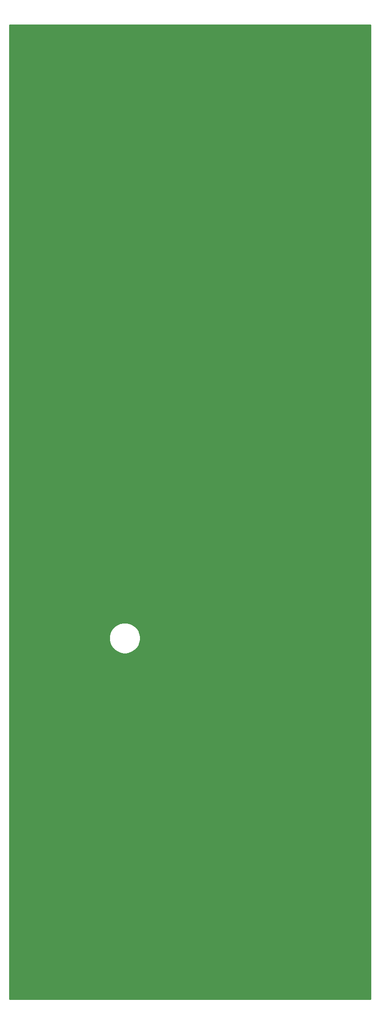
<source format=gbr>
%TF.GenerationSoftware,KiCad,Pcbnew,(5.1.6)-1*%
%TF.CreationDate,2020-06-22T20:05:39-05:00*%
%TF.ProjectId,NOISE_x_S_and_H,4e4f4953-455f-4785-9f53-5f616e645f48,rev?*%
%TF.SameCoordinates,Original*%
%TF.FileFunction,Copper,L2,Bot*%
%TF.FilePolarity,Positive*%
%FSLAX46Y46*%
G04 Gerber Fmt 4.6, Leading zero omitted, Abs format (unit mm)*
G04 Created by KiCad (PCBNEW (5.1.6)-1) date 2020-06-22 20:05:39*
%MOMM*%
%LPD*%
G01*
G04 APERTURE LIST*
%TA.AperFunction,ComponentPad*%
%ADD10O,6.900000X3.900000*%
%TD*%
%TA.AperFunction,ComponentPad*%
%ADD11C,14.000000*%
%TD*%
%TA.AperFunction,ComponentPad*%
%ADD12C,9.000000*%
%TD*%
%TA.AperFunction,Conductor*%
%ADD13C,0.254000*%
%TD*%
G04 APERTURE END LIST*
D10*
%TO.P,REF\u002A\u002A,*%
%TO.N,GND*%
X-3950000Y-202000000D03*
%TD*%
D11*
%TO.P,REF\u002A\u002A,CV*%
%TO.N,GND*%
X26028000Y-179890000D03*
%TD*%
%TO.P,REF\u002A\u002A,G*%
%TO.N,GND*%
X53778000Y-179890000D03*
%TD*%
%TO.P,REF\u002A\u002A,B*%
%TO.N,GND*%
X-1722000Y-143390000D03*
%TD*%
%TO.P,REF\u002A\u002A,S*%
%TO.N,GND*%
X-1722000Y-179890000D03*
%TD*%
%TO.P,REF\u002A\u002A,P*%
%TO.N,GND*%
X-1722000Y-70390000D03*
%TD*%
%TO.P,REF\u002A\u002A,R*%
%TO.N,GND*%
X-1722000Y-106890000D03*
%TD*%
%TO.P,REF\u002A\u002A,W*%
%TO.N,GND*%
X-1722000Y-33890000D03*
%TD*%
D10*
%TO.P,REF\u002A\u002A,*%
%TO.N,GND*%
X57050000Y-8000000D03*
%TD*%
%TO.P,REF\u002A\u002A,*%
%TO.N,GND*%
X-3950000Y-8000000D03*
%TD*%
D12*
%TO.P,REF\u002A\u002A,RV2*%
%TO.N,GND*%
X35370946Y-54110000D03*
%TD*%
%TO.P,REF\u002A\u002A,RV3*%
%TO.N,GND*%
X35370946Y-129110946D03*
%TD*%
D10*
%TO.P,REF\u002A\u002A,*%
%TO.N,GND*%
X57050000Y-202000000D03*
%TD*%
D13*
%TO.N,GND*%
G36*
X63314999Y-204265000D02*
G01*
X-10214999Y-204265000D01*
X-10214999Y-130406305D01*
X10055000Y-130406305D01*
X10055000Y-131033695D01*
X10177398Y-131649030D01*
X10417489Y-132228663D01*
X10766049Y-132750319D01*
X11209681Y-133193951D01*
X11731337Y-133542511D01*
X12310970Y-133782602D01*
X12926305Y-133905000D01*
X13553695Y-133905000D01*
X14169030Y-133782602D01*
X14748663Y-133542511D01*
X15270319Y-133193951D01*
X15713951Y-132750319D01*
X16062511Y-132228663D01*
X16302602Y-131649030D01*
X16425000Y-131033695D01*
X16425000Y-130406305D01*
X16302602Y-129790970D01*
X16062511Y-129211337D01*
X15713951Y-128689681D01*
X15270319Y-128246049D01*
X14748663Y-127897489D01*
X14169030Y-127657398D01*
X13553695Y-127535000D01*
X12926305Y-127535000D01*
X12310970Y-127657398D01*
X11731337Y-127897489D01*
X11209681Y-128246049D01*
X10766049Y-128689681D01*
X10417489Y-129211337D01*
X10177398Y-129790970D01*
X10055000Y-130406305D01*
X-10214999Y-130406305D01*
X-10214999Y-5735000D01*
X63315000Y-5735000D01*
X63314999Y-204265000D01*
G37*
X63314999Y-204265000D02*
X-10214999Y-204265000D01*
X-10214999Y-130406305D01*
X10055000Y-130406305D01*
X10055000Y-131033695D01*
X10177398Y-131649030D01*
X10417489Y-132228663D01*
X10766049Y-132750319D01*
X11209681Y-133193951D01*
X11731337Y-133542511D01*
X12310970Y-133782602D01*
X12926305Y-133905000D01*
X13553695Y-133905000D01*
X14169030Y-133782602D01*
X14748663Y-133542511D01*
X15270319Y-133193951D01*
X15713951Y-132750319D01*
X16062511Y-132228663D01*
X16302602Y-131649030D01*
X16425000Y-131033695D01*
X16425000Y-130406305D01*
X16302602Y-129790970D01*
X16062511Y-129211337D01*
X15713951Y-128689681D01*
X15270319Y-128246049D01*
X14748663Y-127897489D01*
X14169030Y-127657398D01*
X13553695Y-127535000D01*
X12926305Y-127535000D01*
X12310970Y-127657398D01*
X11731337Y-127897489D01*
X11209681Y-128246049D01*
X10766049Y-128689681D01*
X10417489Y-129211337D01*
X10177398Y-129790970D01*
X10055000Y-130406305D01*
X-10214999Y-130406305D01*
X-10214999Y-5735000D01*
X63315000Y-5735000D01*
X63314999Y-204265000D01*
%TD*%
M02*

</source>
